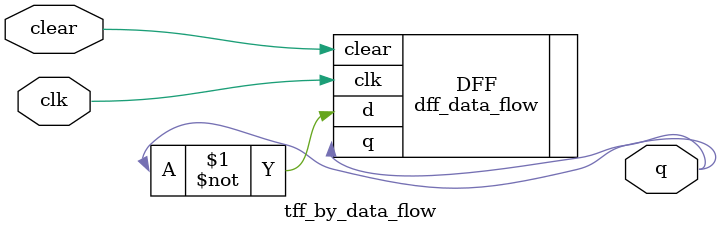
<source format=v>


module tff_by_data_flow (
    // Iinput/ Output ports
    input  clk,
    input  clear,
    output q
);

// Instantiate the edge-triggered DFF
// Complement of output q is fed back .
// Notice qbar mot needed, Unconnected port.
dff_data_flow DFF(

            .clear(clear),
            .clk(clk),
            .d(~q),
            .q(q)
);
    
endmodule
</source>
